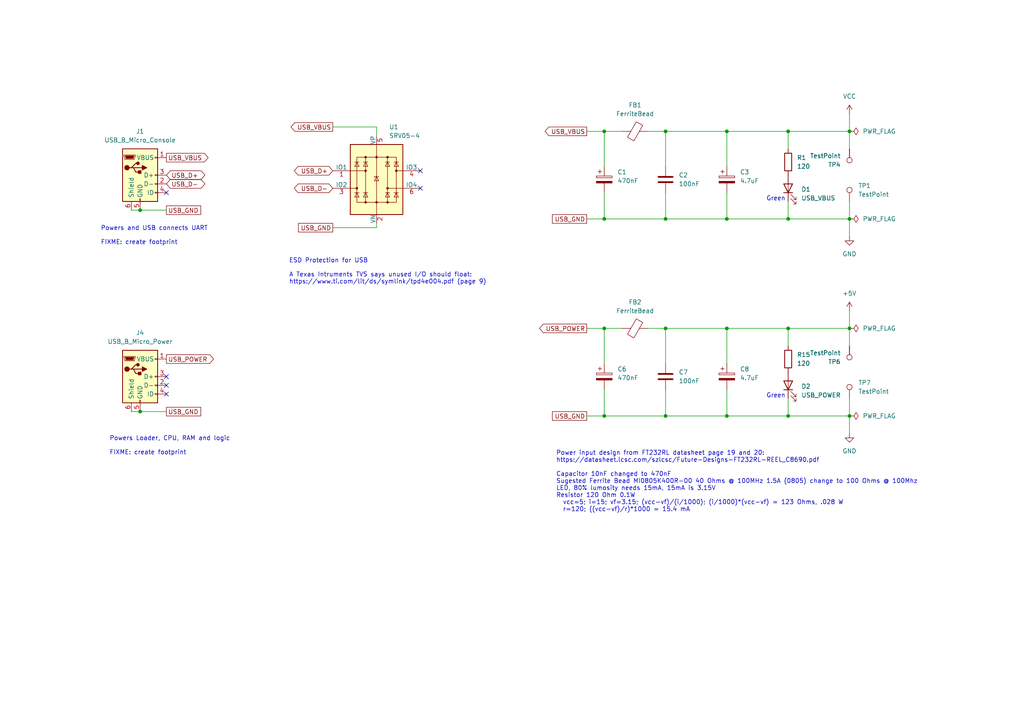
<source format=kicad_sch>
(kicad_sch (version 20230121) (generator eeschema)
  (paper "A4")
  (lib_symbols
    (symbol "Connector:TestPoint" (pin_numbers hide) (pin_names (offset 0.762) hide)
      (property "Reference" "TP" (at 0 6.858 0))
      (property "Value" "TestPoint" (at 0 5.08 0))
      (symbol "TestPoint_0_1"
        (circle (center 0 3.302) (radius 0.762))
      )
      (symbol "TestPoint_1_1"
        (pin passive line (at 0 0 90) (length 2.54) (name "1") (number "1"))
      )
    )
    (symbol "Connector:USB_B_Micro" (pin_names (offset 1.016))
      (property "Reference" "J" (at -5.08 11.43 0))
      (property "Value" "USB_B_Micro" (at -5.08 8.89 0))
      (symbol "USB_B_Micro_0_1"
        (rectangle (start -5.08 -7.62) (end 5.08 7.62) (stroke (width 0.254)) (fill (type background)))
        (circle (center -3.81 2.159) (radius 0.635) (stroke (width 0.254)) (fill (type outline)))
        (circle (center -0.635 3.429) (radius 0.381) (stroke (width 0.254)) (fill (type outline)))
        (rectangle (start -0.127 -7.62) (end 0.127 -6.858))
        (polyline (pts (xy -1.905 2.159) (xy 0.635 2.159)) (stroke (width 0.254)))
        (polyline (pts (xy -3.175 2.159) (xy -2.54 2.159) (xy -1.27 3.429) (xy -0.635 3.429)) (stroke (width 0.254)))
        (polyline (pts (xy -2.54 2.159) (xy -1.905 2.159) (xy -1.27 0.889) (xy 0 0.889)) (stroke (width 0.254)))
        (polyline (pts (xy 0.635 2.794) (xy 0.635 1.524) (xy 1.905 2.159) (xy 0.635 2.794)) (stroke (width 0.254)) (fill (type outline)))
        (polyline (pts (xy -4.318 5.588) (xy -1.778 5.588) (xy -2.032 4.826) (xy -4.064 4.826) (xy -4.318 5.588)) (fill (type outline)))
        (polyline (pts (xy -4.699 5.842) (xy -4.699 5.588) (xy -4.445 4.826) (xy -4.445 4.572) (xy -1.651 4.572) (xy -1.651 4.826) (xy -1.397 5.588) (xy -1.397 5.842) (xy -4.699 5.842)))
        (rectangle (start 0.254 1.27) (end -0.508 0.508) (stroke (width 0.254)) (fill (type outline)))
        (rectangle (start 5.08 -5.207) (end 4.318 -4.953))
        (rectangle (start 5.08 -2.667) (end 4.318 -2.413))
        (rectangle (start 5.08 -0.127) (end 4.318 0.127))
        (rectangle (start 5.08 4.953) (end 4.318 5.207))
      )
      (symbol "USB_B_Micro_1_1"
        (pin power_out line (at 7.62 5.08 180) (length 2.54) (name "VBUS") (number "1"))
        (pin bidirectional line (at 7.62 -2.54 180) (length 2.54) (name "D-") (number "2"))
        (pin bidirectional line (at 7.62 0 180) (length 2.54) (name "D+") (number "3"))
        (pin passive line (at 7.62 -5.08 180) (length 2.54) (name "ID") (number "4"))
        (pin power_out line (at 0 -10.16 90) (length 2.54) (name "GND") (number "5"))
        (pin passive line (at -2.54 -10.16 90) (length 2.54) (name "Shield") (number "6"))
      )
    )
    (symbol "Device:C" (pin_numbers hide) (pin_names (offset 0.254))
      (property "Reference" "C" (at 0.635 2.54 0))
      (property "Value" "C" (at 0.635 -2.54 0))
      (symbol "C_0_1"
        (polyline (pts (xy -2.032 -0.762) (xy 2.032 -0.762)) (stroke (width 0.508)))
        (polyline (pts (xy -2.032 0.762) (xy 2.032 0.762)) (stroke (width 0.508)))
      )
      (symbol "C_1_1"
        (pin passive line (at 0 3.81 270) (length 2.794) (name "~") (number "1"))
        (pin passive line (at 0 -3.81 90) (length 2.794) (name "~") (number "2"))
      )
    )
    (symbol "Device:C_Polarized" (pin_numbers hide) (pin_names (offset 0.254))
      (property "Reference" "C" (at 0.635 2.54 0))
      (property "Value" "C_Polarized" (at 0.635 -2.54 0))
      (symbol "C_Polarized_0_1"
        (rectangle (start -2.286 0.508) (end 2.286 1.016))
        (polyline (pts (xy -1.778 2.286) (xy -0.762 2.286)))
        (polyline (pts (xy -1.27 2.794) (xy -1.27 1.778)))
        (rectangle (start 2.286 -0.508) (end -2.286 -1.016) (fill (type outline)))
      )
      (symbol "C_Polarized_1_1"
        (pin passive line (at 0 3.81 270) (length 2.794) (name "~") (number "1"))
        (pin passive line (at 0 -3.81 90) (length 2.794) (name "~") (number "2"))
      )
    )
    (symbol "Device:FerriteBead" (pin_numbers hide) (pin_names (offset 0))
      (property "Reference" "FB" (at -3.81 0.635 90))
      (property "Value" "FerriteBead" (at 3.81 0 90))
      (symbol "FerriteBead_0_1"
        (polyline (pts (xy 0 -1.27) (xy 0 -1.2192)))
        (polyline (pts (xy 0 1.27) (xy 0 1.2954)))
        (polyline (pts (xy -2.7686 0.4064) (xy -1.7018 2.2606) (xy 2.7686 -0.3048) (xy 1.6764 -2.159) (xy -2.7686 0.4064)))
      )
      (symbol "FerriteBead_1_1"
        (pin passive line (at 0 3.81 270) (length 2.54) (name "~") (number "1"))
        (pin passive line (at 0 -3.81 90) (length 2.54) (name "~") (number "2"))
      )
    )
    (symbol "Device:LED" (pin_numbers hide) (pin_names (offset 1.016) hide)
      (property "Reference" "D" (at 0 2.54 0))
      (property "Value" "LED" (at 0 -2.54 0))
      (symbol "LED_0_1"
        (polyline (pts (xy -1.27 -1.27) (xy -1.27 1.27)) (stroke (width 0.254)))
        (polyline (pts (xy -1.27 0) (xy 1.27 0)))
        (polyline (pts (xy 1.27 -1.27) (xy 1.27 1.27) (xy -1.27 0) (xy 1.27 -1.27)) (stroke (width 0.254)))
        (polyline (pts (xy -3.048 -0.762) (xy -4.572 -2.286) (xy -3.81 -2.286) (xy -4.572 -2.286) (xy -4.572 -1.524)))
        (polyline (pts (xy -1.778 -0.762) (xy -3.302 -2.286) (xy -2.54 -2.286) (xy -3.302 -2.286) (xy -3.302 -1.524)))
      )
      (symbol "LED_1_1"
        (pin passive line (at -3.81 0 0) (length 2.54) (name "K") (number "1"))
        (pin passive line (at 3.81 0 180) (length 2.54) (name "A") (number "2"))
      )
    )
    (symbol "Device:R" (pin_numbers hide) (pin_names (offset 0))
      (property "Reference" "R" (at 2.032 0 90))
      (property "Value" "R" (at 0 0 90))
      (symbol "R_0_1"
        (rectangle (start -1.016 -2.54) (end 1.016 2.54) (stroke (width 0.254)))
      )
      (symbol "R_1_1"
        (pin passive line (at 0 3.81 270) (length 1.27) (name "~") (number "1"))
        (pin passive line (at 0 -3.81 90) (length 1.27) (name "~") (number "2"))
      )
    )
    (symbol "Power_Protection:SRV05-4" (pin_names (offset 0))
      (property "Reference" "U" (at -5.08 11.43 0))
      (property "Value" "SRV05-4" (at 2.54 11.43 0))
      (symbol "SRV05-4_0_0"
        (rectangle (start -5.715 6.477) (end 5.715 -6.604))
        (polyline (pts (xy -3.175 -6.604) (xy -3.175 6.477)))
        (polyline (pts (xy 3.175 6.477) (xy 3.175 -6.604)))
      )
      (symbol "SRV05-4_0_1"
        (rectangle (start -7.62 10.16) (end 7.62 -10.16) (stroke (width 0.254)) (fill (type background)))
        (circle (center -5.715 -2.54) (radius 0.2794) (fill (type outline)))
        (circle (center -3.175 -6.604) (radius 0.2794) (fill (type outline)))
        (circle (center -3.175 2.54) (radius 0.2794) (fill (type outline)))
        (circle (center -3.175 6.477) (radius 0.2794) (fill (type outline)))
        (circle (center 0 -6.604) (radius 0.2794) (fill (type outline)))
        (polyline (pts (xy -7.747 2.54) (xy -3.175 2.54)))
        (polyline (pts (xy -7.62 -2.54) (xy -5.715 -2.54)))
        (polyline (pts (xy -5.08 -3.81) (xy -6.35 -3.81)))
        (polyline (pts (xy -5.08 5.08) (xy -6.35 5.08)))
        (polyline (pts (xy -2.54 -3.81) (xy -3.81 -3.81)))
        (polyline (pts (xy -2.54 5.08) (xy -3.81 5.08)))
        (polyline (pts (xy 0 10.16) (xy 0 -10.16)))
        (polyline (pts (xy 3.81 -3.81) (xy 2.54 -3.81)))
        (polyline (pts (xy 3.81 5.08) (xy 2.54 5.08)))
        (polyline (pts (xy 6.35 -3.81) (xy 5.08 -3.81)))
        (polyline (pts (xy 6.35 5.08) (xy 5.08 5.08)))
        (polyline (pts (xy 7.62 -2.54) (xy 3.175 -2.54)))
        (polyline (pts (xy 7.62 2.54) (xy 5.715 2.54)))
        (polyline (pts (xy 0.635 0.889) (xy -0.635 0.889) (xy -0.635 0.635)))
        (polyline (pts (xy -5.08 -5.08) (xy -6.35 -5.08) (xy -5.715 -3.81) (xy -5.08 -5.08)))
        (polyline (pts (xy -5.08 3.81) (xy -6.35 3.81) (xy -5.715 5.08) (xy -5.08 3.81)))
        (polyline (pts (xy -2.54 -5.08) (xy -3.81 -5.08) (xy -3.175 -3.81) (xy -2.54 -5.08)))
        (polyline (pts (xy -2.54 3.81) (xy -3.81 3.81) (xy -3.175 5.08) (xy -2.54 3.81)))
        (polyline (pts (xy 0.635 -0.381) (xy -0.635 -0.381) (xy 0 0.889) (xy 0.635 -0.381)))
        (polyline (pts (xy 3.81 -5.08) (xy 2.54 -5.08) (xy 3.175 -3.81) (xy 3.81 -5.08)))
        (polyline (pts (xy 3.81 3.81) (xy 2.54 3.81) (xy 3.175 5.08) (xy 3.81 3.81)))
        (polyline (pts (xy 6.35 -5.08) (xy 5.08 -5.08) (xy 5.715 -3.81) (xy 6.35 -5.08)))
        (polyline (pts (xy 6.35 3.81) (xy 5.08 3.81) (xy 5.715 5.08) (xy 6.35 3.81)))
        (circle (center 0 6.477) (radius 0.2794) (fill (type outline)))
        (circle (center 3.175 -6.604) (radius 0.2794) (fill (type outline)))
        (circle (center 3.175 -2.54) (radius 0.2794) (fill (type outline)))
        (circle (center 3.175 6.477) (radius 0.2794) (fill (type outline)))
        (circle (center 5.715 2.54) (radius 0.2794) (fill (type outline)))
      )
      (symbol "SRV05-4_1_1"
        (pin passive line (at -12.7 2.54 0) (length 5.08) (name "IO1") (number "1"))
        (pin passive line (at 0 -12.7 90) (length 2.54) (name "VN") (number "2"))
        (pin passive line (at -12.7 -2.54 0) (length 5.08) (name "IO2") (number "3"))
        (pin passive line (at 12.7 2.54 180) (length 5.08) (name "IO3") (number "4"))
        (pin passive line (at 0 12.7 270) (length 2.54) (name "VP") (number "5"))
        (pin passive line (at 12.7 -2.54 180) (length 5.08) (name "IO4") (number "6"))
      )
    )
    (symbol "power:+5V" (power) (pin_names (offset 0))
      (property "Value" "+5V" (at 0 3.556 0))
      (symbol "+5V_0_1"
        (polyline (pts (xy -0.762 1.27) (xy 0 2.54)))
        (polyline (pts (xy 0 0) (xy 0 2.54)))
        (polyline (pts (xy 0 2.54) (xy 0.762 1.27)))
      )
      (symbol "+5V_1_1"
        (pin power_in line (at 0 0 90) (length 0) hide (name "+5V") (number "1"))
      )
    )
    (symbol "power:GND" (power) (pin_names (offset 0))
      (property "Value" "GND" (at 0 -3.81 0))
      (symbol "GND_0_1"
        (polyline (pts (xy 0 0) (xy 0 -1.27) (xy 1.27 -1.27) (xy 0 -2.54) (xy -1.27 -1.27) (xy 0 -1.27)))
      )
      (symbol "GND_1_1"
        (pin power_in line (at 0 0 270) (length 0) hide (name "GND") (number "1"))
      )
    )
    (symbol "power:PWR_FLAG" (power) (pin_numbers hide) (pin_names (offset 0) hide)
      (property "Value" "PWR_FLAG" (at 0 3.81 0))
      (symbol "PWR_FLAG_0_0"
        (pin power_out line (at 0 0 90) (length 0) (name "pwr") (number "1"))
      )
      (symbol "PWR_FLAG_0_1"
        (polyline (pts (xy 0 0) (xy 0 1.27) (xy -1.016 1.905) (xy 0 2.54) (xy 1.016 1.905) (xy 0 1.27)))
      )
    )
    (symbol "power:VCC" (power) (pin_names (offset 0))
      (property "Value" "VCC" (at 0 3.81 0))
      (symbol "VCC_0_1"
        (polyline (pts (xy -0.762 1.27) (xy 0 2.54)))
        (polyline (pts (xy 0 0) (xy 0 2.54)))
        (polyline (pts (xy 0 2.54) (xy 0.762 1.27)))
      )
      (symbol "VCC_1_1"
        (pin power_in line (at 0 0 90) (length 0) hide (name "VCC") (number "1"))
      )
    )
  )
  (junction (at 40.64 119.38))
  (junction (at 228.6 38.1))
  (junction (at 175.26 63.5))
  (junction (at 228.6 63.5))
  (junction (at 193.04 120.65))
  (junction (at 228.6 95.25))
  (junction (at 228.6 120.65))
  (junction (at 193.04 63.5))
  (junction (at 40.64 60.96))
  (junction (at 210.82 63.5))
  (junction (at 246.38 38.1))
  (junction (at 193.04 38.1))
  (junction (at 210.82 120.65))
  (junction (at 246.38 63.5))
  (junction (at 193.04 95.25))
  (junction (at 246.38 95.25))
  (junction (at 246.38 120.65))
  (junction (at 175.26 38.1))
  (junction (at 175.26 120.65))
  (junction (at 175.26 95.25))
  (junction (at 210.82 95.25))
  (junction (at 210.82 38.1))
  (no_connect (at 48.26 55.88))
  (no_connect (at 48.26 114.3))
  (no_connect (at 121.92 49.53))
  (no_connect (at 48.26 111.76))
  (no_connect (at 48.26 109.22))
  (no_connect (at 121.92 54.61))
  (wire (pts (xy 228.6 95.25) (xy 228.6 100.33)))
  (wire (pts (xy 175.26 38.1) (xy 180.34 38.1)))
  (wire (pts (xy 246.38 115.57) (xy 246.38 120.65)))
  (wire (pts (xy 96.52 36.83) (xy 109.22 36.83)))
  (wire (pts (xy 210.82 63.5) (xy 228.6 63.5)))
  (wire (pts (xy 210.82 95.25) (xy 210.82 105.41)))
  (wire (pts (xy 187.96 95.25) (xy 193.04 95.25)))
  (wire (pts (xy 210.82 113.03) (xy 210.82 120.65)))
  (wire (pts (xy 228.6 58.42) (xy 228.6 63.5)))
  (wire (pts (xy 170.18 38.1) (xy 175.26 38.1)))
  (wire (pts (xy 246.38 90.17) (xy 246.38 95.25)))
  (wire (pts (xy 228.6 120.65) (xy 246.38 120.65)))
  (wire (pts (xy 187.96 38.1) (xy 193.04 38.1)))
  (wire (pts (xy 170.18 95.25) (xy 175.26 95.25)))
  (wire (pts (xy 210.82 55.88) (xy 210.82 63.5)))
  (wire (pts (xy 193.04 95.25) (xy 193.04 105.41)))
  (wire (pts (xy 175.26 113.03) (xy 175.26 120.65)))
  (wire (pts (xy 228.6 38.1) (xy 246.38 38.1)))
  (wire (pts (xy 175.26 38.1) (xy 175.26 48.26)))
  (wire (pts (xy 109.22 39.37) (xy 109.22 36.83)))
  (wire (pts (xy 175.26 120.65) (xy 193.04 120.65)))
  (wire (pts (xy 246.38 33.02) (xy 246.38 38.1)))
  (wire (pts (xy 193.04 120.65) (xy 210.82 120.65)))
  (wire (pts (xy 40.64 60.96) (xy 48.26 60.96)))
  (wire (pts (xy 246.38 120.65) (xy 246.38 125.73)))
  (wire (pts (xy 38.1 60.96) (xy 40.64 60.96)))
  (wire (pts (xy 175.26 95.25) (xy 180.34 95.25)))
  (wire (pts (xy 193.04 95.25) (xy 210.82 95.25)))
  (wire (pts (xy 228.6 63.5) (xy 246.38 63.5)))
  (wire (pts (xy 40.64 119.38) (xy 48.26 119.38)))
  (wire (pts (xy 109.22 64.77) (xy 109.22 66.04)))
  (wire (pts (xy 228.6 38.1) (xy 228.6 43.18)))
  (wire (pts (xy 175.26 63.5) (xy 193.04 63.5)))
  (wire (pts (xy 193.04 113.03) (xy 193.04 120.65)))
  (wire (pts (xy 175.26 95.25) (xy 175.26 105.41)))
  (wire (pts (xy 170.18 63.5) (xy 175.26 63.5)))
  (wire (pts (xy 38.1 119.38) (xy 40.64 119.38)))
  (wire (pts (xy 246.38 58.42) (xy 246.38 63.5)))
  (wire (pts (xy 228.6 115.57) (xy 228.6 120.65)))
  (wire (pts (xy 193.04 55.88) (xy 193.04 63.5)))
  (wire (pts (xy 210.82 38.1) (xy 210.82 48.26)))
  (wire (pts (xy 193.04 38.1) (xy 210.82 38.1)))
  (wire (pts (xy 246.38 95.25) (xy 246.38 100.33)))
  (wire (pts (xy 170.18 120.65) (xy 175.26 120.65)))
  (wire (pts (xy 246.38 63.5) (xy 246.38 68.58)))
  (wire (pts (xy 210.82 38.1) (xy 228.6 38.1)))
  (wire (pts (xy 96.52 66.04) (xy 109.22 66.04)))
  (wire (pts (xy 193.04 63.5) (xy 210.82 63.5)))
  (wire (pts (xy 210.82 120.65) (xy 228.6 120.65)))
  (wire (pts (xy 246.38 38.1) (xy 246.38 43.18)))
  (wire (pts (xy 210.82 95.25) (xy 228.6 95.25)))
  (wire (pts (xy 193.04 38.1) (xy 193.04 48.26)))
  (wire (pts (xy 175.26 55.88) (xy 175.26 63.5)))
  (wire (pts (xy 228.6 95.25) (xy 246.38 95.25)))
  (text "Powers Loader, CPU, RAM and logic\n\nFIXME: create footprint" (at 31.75 132.08 0) (effects (font (size 1.27 1.27)) (justify left bottom)))
  (text "Green" (at 222.25 115.57 0) (effects (font (size 1.27 1.27)) (justify left bottom)))
  (text "Powers and USB connects UART\n\nFIXME: create footprint" (at 29.21 71.12 0) (effects (font (size 1.27 1.27)) (justify left bottom)))
  (text "Power input design from FT232RL datasheet page 19 and 20:\nhttps://datasheet.lcsc.com/szlcsc/Future-Designs-FT232RL-REEL_C8690.pdf\n\nCapacitor 10nF changed to 470nF\nSugested Ferrite Bead MI0805K400R-00 40 Ohms @ 100MHz 1.5A (0805) change to 100 Ohms @ 100Mhz\nLED, 80% lumosity needs 15mA, 15mA is 3.15V\nResistor 120 Ohm 0.1W\n  vcc=5; i=15; vf=3.15; (vcc-vf)/(i/1000); (i/1000)*(vcc-vf) = 123 Ohms, .028 W\n  r=120; ((vcc-vf)/r)*1000 = 15.4 mA" (at 161.29 148.59 0) (effects (font (size 1.27 1.27)) (justify left bottom)))
  (text "Green" (at 222.25 58.42 0) (effects (font (size 1.27 1.27)) (justify left bottom)))
  (text "ESD Protection for USB\n\nA Texas Intruments TVS says unused I/O should float:\nhttps://www.ti.com/lit/ds/symlink/tpd4e004.pdf (page 9)" (at 83.82 82.55 0) (effects (font (size 1.27 1.27)) (justify left bottom)))
  (global_label "USB_POWER" (shape output) (at 48.26 104.14 0) (property "Intersheetrefs" "${INTERSHEET_REFS}" (effects hide)))
  (global_label "USB_D+" (shape bidirectional) (at 96.52 49.53 180) (property "Intersheetrefs" "${INTERSHEET_REFS}" (effects hide)))
  (global_label "USB_GND" (shape passive) (at 48.26 119.38 0) (property "Intersheetrefs" "${INTERSHEET_REFS}" (effects hide)))
  (global_label "USB_GND" (shape passive) (at 170.18 120.65 180) (property "Intersheetrefs" "${INTERSHEET_REFS}" (effects hide)))
  (global_label "USB_D-" (shape bidirectional) (at 48.26 53.34 0) (property "Intersheetrefs" "${INTERSHEET_REFS}" (effects hide)))
  (global_label "USB_D+" (shape bidirectional) (at 48.26 50.8 0) (property "Intersheetrefs" "${INTERSHEET_REFS}" (effects hide)))
  (global_label "USB_GND" (shape passive) (at 48.26 60.96 0) (property "Intersheetrefs" "${INTERSHEET_REFS}" (effects hide)))
  (global_label "USB_VBUS" (shape output) (at 48.26 45.72 0) (property "Intersheetrefs" "${INTERSHEET_REFS}" (effects hide)))
  (global_label "USB_D-" (shape bidirectional) (at 96.52 54.61 180) (property "Intersheetrefs" "${INTERSHEET_REFS}" (effects hide)))
  (global_label "USB_GND" (shape passive) (at 170.18 63.5 180) (property "Intersheetrefs" "${INTERSHEET_REFS}" (effects hide)))
  (global_label "USB_VBUS" (shape output) (at 170.18 38.1 180) (property "Intersheetrefs" "${INTERSHEET_REFS}" (effects hide)))
  (global_label "USB_GND" (shape passive) (at 96.52 66.04 180) (property "Intersheetrefs" "${INTERSHEET_REFS}" (effects hide)))
  (global_label "USB_VBUS" (shape output) (at 96.52 36.83 180) (property "Intersheetrefs" "${INTERSHEET_REFS}" (effects hide)))
  (global_label "USB_POWER" (shape output) (at 170.18 95.25 180) (property "Intersheetrefs" "${INTERSHEET_REFS}" (effects hide)))
  (symbol (lib_id "Device:FerriteBead") (at 184.15 38.1 270) (unit 1)
    (property "Reference" "FB1" (at 184.2008 30.48 90))
    (property "Value" "FerriteBead" (at 184.2008 33.02 90))
    (property "Footprint" "Inductor_SMD:L_0805_2012Metric" (effects hide))
    (property "Datasheet" "https://datasheet.lcsc.com/lcsc/2111221630_Sunlord-GZ2012D101TF_C1015.pdf" (effects hide))
    (property "JLPCB Part" "C1015" (effects hide))
  )
  (symbol (lib_id "Connector:TestPoint") (at 246.38 58.42 0) (unit 1)
    (property "Reference" "TP1" (at 248.92 53.848 0) (effects (justify left)))
    (property "Value" "TestPoint" (at 248.92 56.388 0) (effects (justify left)))
    (property "Footprint" "TestPoint:TestPoint_Pad_1.5x1.5mm" (effects hide))
  )
  (symbol (lib_id "power:GND") (at 246.38 68.58 0) (unit 1)
    (property "Reference" "#PWR07" (effects hide))
    (property "Value" "GND" (at 246.38 73.66 0))
  )
  (symbol (lib_id "power:PWR_FLAG") (at 246.38 38.1 270) (unit 1)
    (property "Reference" "#FLG01" (effects hide))
    (property "Value" "PWR_FLAG" (at 250.19 38.1 90) (effects (justify left)))
  )
  (symbol (lib_id "power:+5V") (at 246.38 90.17 0) (unit 1)
    (property "Reference" "#PWR012" (effects hide))
    (property "Value" "+5V" (at 246.38 85.09 0))
  )
  (symbol (lib_id "Device:C_Polarized") (at 175.26 109.22 0) (unit 1)
    (property "Reference" "C6" (at 179.07 107.061 0) (effects (justify left)))
    (property "Value" "470nF" (at 179.07 109.601 0) (effects (justify left)))
    (property "Footprint" "Capacitor_SMD:CP_Elec_4x5.4" (effects hide))
    (property "Datasheet" "https://datasheet.lcsc.com/lcsc/2304140030_ST-Semtech-CS1HR47M-CRC54_C117834.pdf" (effects hide))
    (property "JLPCB Part" "C117834" (effects hide))
  )
  (symbol (lib_id "Connector:TestPoint") (at 246.38 115.57 0) (unit 1)
    (property "Reference" "TP7" (at 248.92 110.998 0) (effects (justify left)))
    (property "Value" "TestPoint" (at 248.92 113.538 0) (effects (justify left)))
    (property "Footprint" "TestPoint:TestPoint_Pad_1.5x1.5mm" (effects hide))
  )
  (symbol (lib_id "Device:LED") (at 228.6 54.61 90) (unit 1)
    (property "Reference" "D1" (at 232.41 54.9275 90) (effects (justify right)))
    (property "Value" "USB_VBUS" (at 232.41 57.4675 90) (effects (justify right)))
    (property "Footprint" "LED_SMD:LED_0603_1608Metric" (effects hide))
    (property "Datasheet" "https://datasheet.lcsc.com/lcsc/1811101510_Everlight-Elec-19-217-GHC-YR1S2-3T_C72043.pdf" (effects hide))
    (property "JLPCB Part" "C72043" (effects hide))
  )
  (symbol (lib_id "Device:C") (at 193.04 109.22 0) (unit 1)
    (property "Reference" "C7" (at 196.85 107.95 0) (effects (justify left)))
    (property "Value" "100nF" (at 196.85 110.49 0) (effects (justify left)))
    (property "Footprint" "Capacitor_SMD:C_0603_1608Metric" (effects hide))
    (property "Datasheet" "https://datasheet.lcsc.com/lcsc/2211101700_YAGEO-CC0603KRX7R9BB104_C14663.pdf" (effects hide))
    (property "JLPCB Part" "C14663" (effects hide))
  )
  (symbol (lib_id "Connector:TestPoint") (at 246.38 43.18 180) (unit 1)
    (property "Reference" "TP4" (at 243.84 47.752 0) (effects (justify left)))
    (property "Value" "TestPoint" (at 243.84 45.212 0) (effects (justify left)))
    (property "Footprint" "TestPoint:TestPoint_Pad_D1.5mm" (effects hide))
  )
  (symbol (lib_id "Device:C_Polarized") (at 175.26 52.07 0) (unit 1)
    (property "Reference" "C1" (at 179.07 49.911 0) (effects (justify left)))
    (property "Value" "470nF" (at 179.07 52.451 0) (effects (justify left)))
    (property "Footprint" "Capacitor_SMD:CP_Elec_4x5.4" (effects hide))
    (property "Datasheet" "https://datasheet.lcsc.com/lcsc/2304140030_ST-Semtech-CS1HR47M-CRC54_C117834.pdf" (effects hide))
    (property "JLPCB Part" "C117834" (effects hide))
  )
  (symbol (lib_id "Connector:USB_B_Micro") (at 40.64 109.22 0) (unit 1)
    (property "Reference" "J4" (at 40.64 96.52 0))
    (property "Value" "USB_B_Micro_Power" (at 40.64 99.06 0))
    (property "Datasheet" "https://datasheet.lcsc.com/lcsc/2209091800_hanxia-HX-MICRO-5-9ZB5-7_C5160325.pdf" (effects hide))
    (property "JLPCB Part" "C5160325" (effects hide))
  )
  (symbol (lib_id "Device:C_Polarized") (at 210.82 52.07 0) (unit 1)
    (property "Reference" "C3" (at 214.63 49.911 0) (effects (justify left)))
    (property "Value" "4.7uF" (at 214.63 52.451 0) (effects (justify left)))
    (property "Footprint" "Capacitor_SMD:CP_Elec_6.3x5.4" (effects hide))
    (property "Datasheet" "https://datasheet.lcsc.com/lcsc/2304140030_ROQANG-RVT2A4R7M0605_C90266.pdf" (effects hide))
    (property "JLPCB Part" "C90266" (effects hide))
  )
  (symbol (lib_id "Device:LED") (at 228.6 111.76 90) (unit 1)
    (property "Reference" "D2" (at 232.41 112.0775 90) (effects (justify right)))
    (property "Value" "USB_POWER" (at 232.41 114.6175 90) (effects (justify right)))
    (property "Footprint" "LED_SMD:LED_0603_1608Metric" (effects hide))
    (property "Datasheet" "https://datasheet.lcsc.com/lcsc/1811101510_Everlight-Elec-19-217-GHC-YR1S2-3T_C72043.pdf" (effects hide))
    (property "JLPCB Part" "C72043" (effects hide))
  )
  (symbol (lib_id "power:PWR_FLAG") (at 246.38 95.25 270) (unit 1)
    (property "Reference" "#FLG03" (effects hide))
    (property "Value" "PWR_FLAG" (at 250.19 95.25 90) (effects (justify left)))
  )
  (symbol (lib_id "Device:C_Polarized") (at 210.82 109.22 0) (unit 1)
    (property "Reference" "C8" (at 214.63 107.061 0) (effects (justify left)))
    (property "Value" "4.7uF" (at 214.63 109.601 0) (effects (justify left)))
    (property "Footprint" "Capacitor_SMD:CP_Elec_6.3x5.4" (effects hide))
    (property "Datasheet" "https://datasheet.lcsc.com/lcsc/2304140030_ROQANG-RVT2A4R7M0605_C90266.pdf" (effects hide))
    (property "JLPCB Part" "C90266" (effects hide))
  )
  (symbol (lib_id "power:GND") (at 246.38 125.73 0) (unit 1)
    (property "Reference" "#PWR011" (effects hide))
    (property "Value" "GND" (at 246.38 130.81 0))
  )
  (symbol (lib_id "Connector:TestPoint") (at 246.38 100.33 180) (unit 1)
    (property "Reference" "TP6" (at 243.84 104.902 0) (effects (justify left)))
    (property "Value" "TestPoint" (at 243.84 102.362 0) (effects (justify left)))
    (property "Footprint" "TestPoint:TestPoint_Pad_D1.5mm" (effects hide))
  )
  (symbol (lib_id "power:PWR_FLAG") (at 246.38 63.5 270) (unit 1)
    (property "Reference" "#FLG02" (effects hide))
    (property "Value" "PWR_FLAG" (at 250.19 63.5 90) (effects (justify left)))
  )
  (symbol (lib_id "power:VCC") (at 246.38 33.02 0) (unit 1)
    (property "Reference" "#PWR05" (effects hide))
    (property "Value" "VCC" (at 246.38 27.94 0))
  )
  (symbol (lib_id "Connector:USB_B_Micro") (at 40.64 50.8 0) (unit 1)
    (property "Reference" "J1" (at 40.64 38.1 0))
    (property "Value" "USB_B_Micro_Console" (at 40.64 40.64 0))
    (property "Datasheet" "https://datasheet.lcsc.com/lcsc/2209091800_hanxia-HX-MICRO-5-9ZB5-7_C5160325.pdf" (effects hide))
    (property "JLPCB Part" "C5160325" (effects hide))
  )
  (symbol (lib_id "Device:R") (at 228.6 104.14 0) (unit 1)
    (property "Reference" "R15" (at 231.14 102.87 0) (effects (justify left)))
    (property "Value" "120" (at 231.14 105.41 0) (effects (justify left)))
    (property "Footprint" "Resistor_SMD:R_0603_1608Metric" (effects hide))
    (property "Datasheet" "https://datasheet.lcsc.com/lcsc/2206010130_UNI-ROYAL-Uniroyal-Elec-0603WAF1200T5E_C22787.pdf" (effects hide))
    (property "JLPCB Part" "C22787" (effects hide))
  )
  (symbol (lib_id "Device:R") (at 228.6 46.99 0) (unit 1)
    (property "Reference" "R1" (at 231.14 45.72 0) (effects (justify left)))
    (property "Value" "120" (at 231.14 48.26 0) (effects (justify left)))
    (property "Footprint" "Resistor_SMD:R_0603_1608Metric" (effects hide))
    (property "Datasheet" "https://datasheet.lcsc.com/lcsc/2206010130_UNI-ROYAL-Uniroyal-Elec-0603WAF1200T5E_C22787.pdf" (effects hide))
    (property "JLPCB Part" "C22787" (effects hide))
  )
  (symbol (lib_id "Device:FerriteBead") (at 184.15 95.25 270) (unit 1)
    (property "Reference" "FB2" (at 184.2008 87.63 90))
    (property "Value" "FerriteBead" (at 184.2008 90.17 90))
    (property "Footprint" "Inductor_SMD:L_0805_2012Metric" (effects hide))
    (property "Datasheet" "https://datasheet.lcsc.com/lcsc/2111221630_Sunlord-GZ2012D101TF_C1015.pdf" (effects hide))
    (property "JLPCB Part" "C1015" (effects hide))
  )
  (symbol (lib_id "Device:C") (at 193.04 52.07 0) (unit 1)
    (property "Reference" "C2" (at 196.85 50.8 0) (effects (justify left)))
    (property "Value" "100nF" (at 196.85 53.34 0) (effects (justify left)))
    (property "Footprint" "Capacitor_SMD:C_0603_1608Metric" (effects hide))
    (property "Datasheet" "https://datasheet.lcsc.com/lcsc/2211101700_YAGEO-CC0603KRX7R9BB104_C14663.pdf" (effects hide))
    (property "JLPCB Part" "C14663" (effects hide))
  )
  (symbol (lib_id "Power_Protection:SRV05-4") (at 109.22 52.07 0) (unit 1)
    (property "Reference" "U1" (at 112.8461 36.83 0) (effects (justify left)))
    (property "Value" "SRV05-4" (at 112.8461 39.37 0) (effects (justify left)))
    (property "Footprint" "Package_TO_SOT_SMD:SOT-23-6" (effects hide))
    (property "Datasheet" "https://datasheet.lcsc.com/lcsc/1809192313_ProTek-Devices-SRV05-4-P-T7_C85364.pdf" (effects hide))
    (property "JLPCB Part" "C85364" (effects hide))
  )
  (symbol (lib_id "power:PWR_FLAG") (at 246.38 120.65 270) (unit 1)
    (property "Reference" "#FLG04" (effects hide))
    (property "Value" "PWR_FLAG" (at 250.19 120.65 90) (effects (justify left)))
  )
)
</source>
